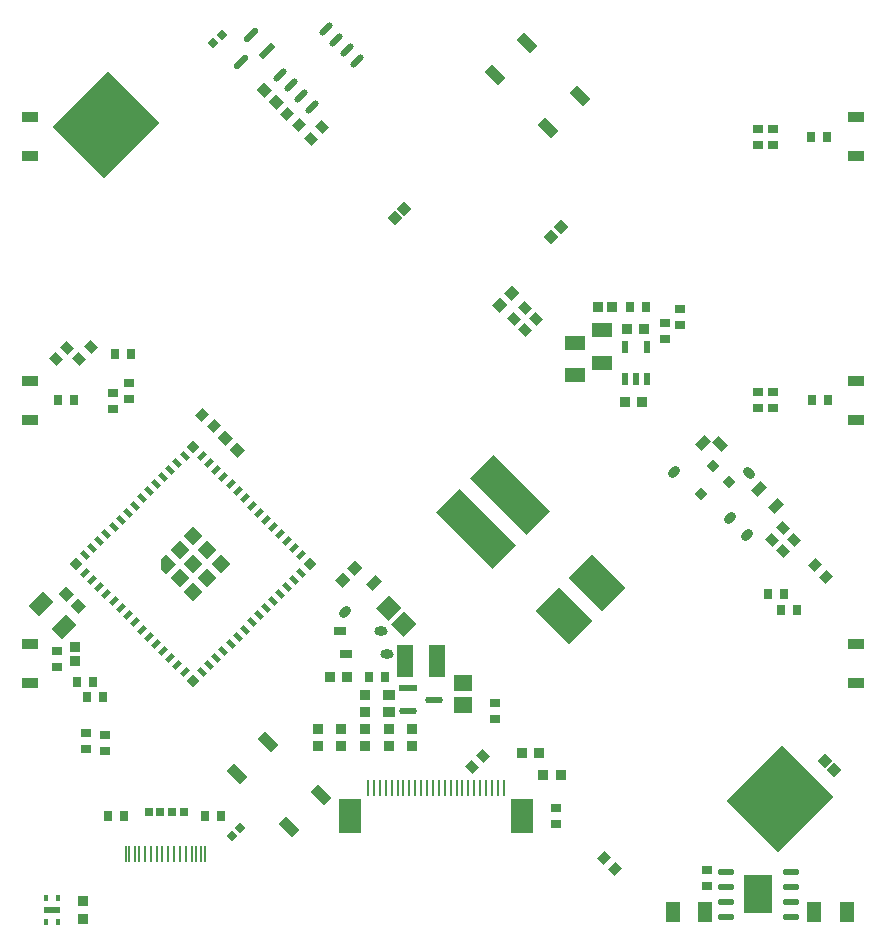
<source format=gtp>
G04*
G04 #@! TF.GenerationSoftware,Altium Limited,Altium Designer,22.2.1 (43)*
G04*
G04 Layer_Color=8421504*
%FSLAX44Y44*%
%MOMM*%
G71*
G04*
G04 #@! TF.SameCoordinates,F22D7B0F-2773-4D4D-AF8D-6C822D1F900A*
G04*
G04*
G04 #@! TF.FilePolarity,Positive*
G04*
G01*
G75*
%ADD18R,1.4000X0.5000*%
%ADD19R,0.3500X0.5500*%
%ADD20R,0.3500X0.5500*%
G04:AMPARAMS|DCode=21|XSize=1.1082mm|YSize=0.7821mm|CornerRadius=0.3911mm|HoleSize=0mm|Usage=FLASHONLY|Rotation=225.000|XOffset=0mm|YOffset=0mm|HoleType=Round|Shape=RoundedRectangle|*
%AMROUNDEDRECTD21*
21,1,1.1082,0.0000,0,0,225.0*
21,1,0.3261,0.7821,0,0,225.0*
1,1,0.7821,-0.1153,-0.1153*
1,1,0.7821,0.1153,0.1153*
1,1,0.7821,0.1153,0.1153*
1,1,0.7821,-0.1153,-0.1153*
%
%ADD21ROUNDEDRECTD21*%
G04:AMPARAMS|DCode=22|XSize=1.1082mm|YSize=0.7821mm|CornerRadius=0mm|HoleSize=0mm|Usage=FLASHONLY|Rotation=225.000|XOffset=0mm|YOffset=0mm|HoleType=Round|Shape=Rectangle|*
%AMROTATEDRECTD22*
4,1,4,0.1153,0.6683,0.6683,0.1153,-0.1153,-0.6683,-0.6683,-0.1153,0.1153,0.6683,0.0*
%
%ADD22ROTATEDRECTD22*%

%ADD23R,0.9054X0.7554*%
G04:AMPARAMS|DCode=24|XSize=0.9054mm|YSize=0.7554mm|CornerRadius=0mm|HoleSize=0mm|Usage=FLASHONLY|Rotation=225.000|XOffset=0mm|YOffset=0mm|HoleType=Round|Shape=Rectangle|*
%AMROTATEDRECTD24*
4,1,4,0.0530,0.5872,0.5872,0.0530,-0.0530,-0.5872,-0.5872,-0.0530,0.0530,0.5872,0.0*
%
%ADD24ROTATEDRECTD24*%

G04:AMPARAMS|DCode=25|XSize=0.7727mm|YSize=0.3727mm|CornerRadius=0mm|HoleSize=0mm|Usage=FLASHONLY|Rotation=45.000|XOffset=0mm|YOffset=0mm|HoleType=Round|Shape=Rectangle|*
%AMROTATEDRECTD25*
4,1,4,-0.1414,-0.4050,-0.4050,-0.1414,0.1414,0.4050,0.4050,0.1414,-0.1414,-0.4050,0.0*
%
%ADD25ROTATEDRECTD25*%

%ADD26P,1.0733X4X90.0*%
G04:AMPARAMS|DCode=27|XSize=0.3727mm|YSize=0.7727mm|CornerRadius=0mm|HoleSize=0mm|Usage=FLASHONLY|Rotation=45.000|XOffset=0mm|YOffset=0mm|HoleType=Round|Shape=Rectangle|*
%AMROTATEDRECTD27*
4,1,4,0.1414,-0.4050,-0.4050,0.1414,-0.1414,0.4050,0.4050,-0.1414,0.1414,-0.4050,0.0*
%
%ADD27ROTATEDRECTD27*%

%ADD28P,1.6100X4X90.0*%
G04:AMPARAMS|DCode=29|XSize=2.8205mm|YSize=4.0205mm|CornerRadius=0mm|HoleSize=0mm|Usage=FLASHONLY|Rotation=45.000|XOffset=0mm|YOffset=0mm|HoleType=Round|Shape=Rectangle|*
%AMROTATEDRECTD29*
4,1,4,0.4243,-2.4187,-2.4187,0.4243,-0.4243,2.4187,2.4187,-0.4243,0.4243,-2.4187,0.0*
%
%ADD29ROTATEDRECTD29*%

G04:AMPARAMS|DCode=30|XSize=2.7854mm|YSize=6.7854mm|CornerRadius=0mm|HoleSize=0mm|Usage=FLASHONLY|Rotation=45.000|XOffset=0mm|YOffset=0mm|HoleType=Round|Shape=Rectangle|*
%AMROTATEDRECTD30*
4,1,4,1.4142,-3.3838,-3.3838,1.4142,-1.4142,3.3838,3.3838,-1.4142,1.4142,-3.3838,0.0*
%
%ADD30ROTATEDRECTD30*%

G04:AMPARAMS|DCode=31|XSize=1.1082mm|YSize=0.7821mm|CornerRadius=0.3911mm|HoleSize=0mm|Usage=FLASHONLY|Rotation=315.000|XOffset=0mm|YOffset=0mm|HoleType=Round|Shape=RoundedRectangle|*
%AMROUNDEDRECTD31*
21,1,1.1082,0.0000,0,0,315.0*
21,1,0.3261,0.7821,0,0,315.0*
1,1,0.7821,0.1153,-0.1153*
1,1,0.7821,-0.1153,0.1153*
1,1,0.7821,-0.1153,0.1153*
1,1,0.7821,0.1153,-0.1153*
%
%ADD31ROUNDEDRECTD31*%
G04:AMPARAMS|DCode=32|XSize=1.1082mm|YSize=0.7821mm|CornerRadius=0mm|HoleSize=0mm|Usage=FLASHONLY|Rotation=315.000|XOffset=0mm|YOffset=0mm|HoleType=Round|Shape=Rectangle|*
%AMROTATEDRECTD32*
4,1,4,-0.6683,0.1153,-0.1153,0.6683,0.6683,-0.1153,0.1153,-0.6683,-0.6683,0.1153,0.0*
%
%ADD32ROTATEDRECTD32*%

G04:AMPARAMS|DCode=33|XSize=0.9054mm|YSize=0.7554mm|CornerRadius=0mm|HoleSize=0mm|Usage=FLASHONLY|Rotation=135.000|XOffset=0mm|YOffset=0mm|HoleType=Round|Shape=Rectangle|*
%AMROTATEDRECTD33*
4,1,4,0.5872,-0.0530,0.0530,-0.5872,-0.5872,0.0530,-0.0530,0.5872,0.5872,-0.0530,0.0*
%
%ADD33ROTATEDRECTD33*%

%ADD34P,1.0733X4X360.0*%
%ADD35R,0.5609X1.0109*%
%ADD36R,0.7554X0.9054*%
G04:AMPARAMS|DCode=37|XSize=0.6654mm|YSize=0.6725mm|CornerRadius=0mm|HoleSize=0mm|Usage=FLASHONLY|Rotation=45.000|XOffset=0mm|YOffset=0mm|HoleType=Round|Shape=Rectangle|*
%AMROTATEDRECTD37*
4,1,4,0.0025,-0.4730,-0.4730,0.0025,-0.0025,0.4730,0.4730,-0.0025,0.0025,-0.4730,0.0*
%
%ADD37ROTATEDRECTD37*%

G04:AMPARAMS|DCode=38|XSize=1.5052mm|YSize=0.5721mm|CornerRadius=0.2861mm|HoleSize=0mm|Usage=FLASHONLY|Rotation=225.000|XOffset=0mm|YOffset=0mm|HoleType=Round|Shape=RoundedRectangle|*
%AMROUNDEDRECTD38*
21,1,1.5052,0.0000,0,0,225.0*
21,1,0.9331,0.5721,0,0,225.0*
1,1,0.5721,-0.3299,-0.3299*
1,1,0.5721,0.3299,0.3299*
1,1,0.5721,0.3299,0.3299*
1,1,0.5721,-0.3299,-0.3299*
%
%ADD38ROUNDEDRECTD38*%
G04:AMPARAMS|DCode=39|XSize=1.5052mm|YSize=0.5721mm|CornerRadius=0mm|HoleSize=0mm|Usage=FLASHONLY|Rotation=225.000|XOffset=0mm|YOffset=0mm|HoleType=Round|Shape=Rectangle|*
%AMROTATEDRECTD39*
4,1,4,0.3299,0.7345,0.7345,0.3299,-0.3299,-0.7345,-0.7345,-0.3299,0.3299,0.7345,0.0*
%
%ADD39ROTATEDRECTD39*%

%ADD40R,1.7582X1.3055*%
%ADD41R,1.4385X0.9385*%
%ADD42P,1.3416X4X360.0*%
%ADD43R,1.8770X2.8770*%
%ADD44R,0.2746X1.4746*%
G04:AMPARAMS|DCode=45|XSize=0.5549mm|YSize=1.4049mm|CornerRadius=0mm|HoleSize=0mm|Usage=FLASHONLY|Rotation=315.000|XOffset=0mm|YOffset=0mm|HoleType=Round|Shape=Round|*
%AMOVALD45*
21,1,0.8500,0.5549,0.0000,0.0000,45.0*
1,1,0.5549,-0.3005,-0.3005*
1,1,0.5549,0.3005,0.3005*
%
%ADD45OVALD45*%

%ADD46R,0.9121X0.9581*%
%ADD47R,0.6654X0.6725*%
G04:AMPARAMS|DCode=48|XSize=0.9581mm|YSize=0.9121mm|CornerRadius=0mm|HoleSize=0mm|Usage=FLASHONLY|Rotation=315.000|XOffset=0mm|YOffset=0mm|HoleType=Round|Shape=Rectangle|*
%AMROTATEDRECTD48*
4,1,4,-0.6612,0.0163,-0.0163,0.6612,0.6612,-0.0163,0.0163,-0.6612,-0.6612,0.0163,0.0*
%
%ADD48ROTATEDRECTD48*%

G04:AMPARAMS|DCode=49|XSize=0.9581mm|YSize=0.9121mm|CornerRadius=0mm|HoleSize=0mm|Usage=FLASHONLY|Rotation=45.000|XOffset=0mm|YOffset=0mm|HoleType=Round|Shape=Rectangle|*
%AMROTATEDRECTD49*
4,1,4,-0.0163,-0.6612,-0.6612,-0.0163,0.0163,0.6612,0.6612,0.0163,-0.0163,-0.6612,0.0*
%
%ADD49ROTATEDRECTD49*%

G04:AMPARAMS|DCode=50|XSize=6.1541mm|YSize=6.6541mm|CornerRadius=0mm|HoleSize=0mm|Usage=FLASHONLY|Rotation=315.000|XOffset=0mm|YOffset=0mm|HoleType=Round|Shape=Rectangle|*
%AMROTATEDRECTD50*
4,1,4,-4.5284,-0.1768,0.1768,4.5284,4.5284,0.1768,-0.1768,-4.5284,-4.5284,-0.1768,0.0*
%
%ADD50ROTATEDRECTD50*%

%ADD51R,0.9487X0.9487*%
%ADD52R,1.5052X0.5721*%
G04:AMPARAMS|DCode=53|XSize=1.5052mm|YSize=0.5721mm|CornerRadius=0.2861mm|HoleSize=0mm|Usage=FLASHONLY|Rotation=0.000|XOffset=0mm|YOffset=0mm|HoleType=Round|Shape=RoundedRectangle|*
%AMROUNDEDRECTD53*
21,1,1.5052,0.0000,0,0,0.0*
21,1,0.9331,0.5721,0,0,0.0*
1,1,0.5721,0.4666,0.0000*
1,1,0.5721,-0.4666,0.0000*
1,1,0.5721,-0.4666,0.0000*
1,1,0.5721,0.4666,0.0000*
%
%ADD53ROUNDEDRECTD53*%
%ADD54R,1.0003X0.8503*%
%ADD55R,1.1082X0.7821*%
G04:AMPARAMS|DCode=56|XSize=1.1082mm|YSize=0.7821mm|CornerRadius=0.3911mm|HoleSize=0mm|Usage=FLASHONLY|Rotation=0.000|XOffset=0mm|YOffset=0mm|HoleType=Round|Shape=RoundedRectangle|*
%AMROUNDEDRECTD56*
21,1,1.1082,0.0000,0,0,0.0*
21,1,0.3261,0.7821,0,0,0.0*
1,1,0.7821,0.1631,0.0000*
1,1,0.7821,-0.1631,0.0000*
1,1,0.7821,-0.1631,0.0000*
1,1,0.7821,0.1631,0.0000*
%
%ADD56ROUNDEDRECTD56*%
%ADD57R,0.9487X0.9487*%
%ADD58R,1.3055X1.7582*%
%ADD59R,0.9581X0.9121*%
%ADD60P,1.3416X4X90.0*%
G04:AMPARAMS|DCode=61|XSize=1.3055mm|YSize=1.7582mm|CornerRadius=0mm|HoleSize=0mm|Usage=FLASHONLY|Rotation=135.000|XOffset=0mm|YOffset=0mm|HoleType=Round|Shape=Rectangle|*
%AMROTATEDRECTD61*
4,1,4,1.0832,0.1601,-0.1601,-1.0832,-1.0832,-0.1601,0.1601,1.0832,1.0832,0.1601,0.0*
%
%ADD61ROTATEDRECTD61*%

%ADD62R,2.3714X3.2614*%
%ADD63O,1.4049X0.5549*%
%ADD64R,1.3549X2.7062*%
G04:AMPARAMS|DCode=65|XSize=1.6355mm|YSize=0.9355mm|CornerRadius=0mm|HoleSize=0mm|Usage=FLASHONLY|Rotation=135.000|XOffset=0mm|YOffset=0mm|HoleType=Round|Shape=Rectangle|*
%AMROTATEDRECTD65*
4,1,4,0.9090,-0.2475,0.2475,-0.9090,-0.9090,0.2475,-0.2475,0.9090,0.9090,-0.2475,0.0*
%
%ADD65ROTATEDRECTD65*%

G04:AMPARAMS|DCode=66|XSize=1.4546mm|YSize=1.5562mm|CornerRadius=0mm|HoleSize=0mm|Usage=FLASHONLY|Rotation=315.000|XOffset=0mm|YOffset=0mm|HoleType=Round|Shape=Rectangle|*
%AMROTATEDRECTD66*
4,1,4,-1.0645,-0.0359,0.0359,1.0645,1.0645,0.0359,-0.0359,-1.0645,-1.0645,-0.0359,0.0*
%
%ADD66ROTATEDRECTD66*%

%ADD67R,1.5562X1.4546*%
%ADD68R,0.2932X1.4732*%
G36*
X-226217Y-96284D02*
X-234702Y-104769D01*
X-238945Y-100527D01*
Y-92042D01*
X-234702Y-87799D01*
X-226217Y-96284D01*
D02*
G37*
D18*
X-330996Y-389250D02*
D03*
D19*
X-326000Y-379000D02*
D03*
D20*
X-336003Y-379003D02*
D03*
Y-399503D02*
D03*
X-326003D02*
D03*
D21*
X195517Y-18233D02*
D03*
X243267Y-57233D02*
D03*
X257517Y-71983D02*
D03*
X-83233Y-136483D02*
D03*
D22*
X219983Y6233D02*
D03*
X267733Y-32767D02*
D03*
X281983Y-47517D02*
D03*
X-58767Y-112017D02*
D03*
D23*
X201000Y105750D02*
D03*
Y119250D02*
D03*
X96000Y-303250D02*
D03*
Y-316750D02*
D03*
X187750Y107750D02*
D03*
Y94250D02*
D03*
X-265500Y43500D02*
D03*
Y57000D02*
D03*
X223750Y-355500D02*
D03*
Y-369000D02*
D03*
X279750Y258500D02*
D03*
Y272000D02*
D03*
X44000Y-227250D02*
D03*
Y-213750D02*
D03*
X279750Y35500D02*
D03*
Y49000D02*
D03*
X-286000Y-241000D02*
D03*
Y-254500D02*
D03*
X266500Y35500D02*
D03*
Y49000D02*
D03*
X-279500Y48750D02*
D03*
Y35250D02*
D03*
X266500Y258500D02*
D03*
Y272000D02*
D03*
X-327000Y-170250D02*
D03*
Y-183750D02*
D03*
X-302000Y-239250D02*
D03*
Y-252750D02*
D03*
D24*
X146046Y-354296D02*
D03*
X136500Y-344750D02*
D03*
X314977Y-97477D02*
D03*
X324523Y-107023D02*
D03*
X-122227Y275227D02*
D03*
X-131773Y284773D02*
D03*
X-194227Y20227D02*
D03*
X-203773Y29773D02*
D03*
D25*
X-218792Y-187855D02*
D03*
X-224803Y-181844D02*
D03*
X-230813Y-175834D02*
D03*
X-236823Y-169823D02*
D03*
X-242834Y-163813D02*
D03*
X-248844Y-157803D02*
D03*
X-254855Y-151792D02*
D03*
X-260865Y-145782D02*
D03*
X-266875Y-139771D02*
D03*
X-272886Y-133761D02*
D03*
X-278896Y-127751D02*
D03*
X-284907Y-121740D02*
D03*
X-290917Y-115730D02*
D03*
X-296928Y-109719D02*
D03*
X-302938Y-103709D02*
D03*
X-119797Y-88860D02*
D03*
X-125808Y-82849D02*
D03*
X-131818Y-76839D02*
D03*
X-137828Y-70828D02*
D03*
X-143839Y-64818D02*
D03*
X-149849Y-58808D02*
D03*
X-155860Y-52797D02*
D03*
X-161870Y-46787D02*
D03*
X-167880Y-40776D02*
D03*
X-173891Y-34766D02*
D03*
X-179901Y-28756D02*
D03*
X-185912Y-22745D02*
D03*
X-191922Y-16735D02*
D03*
X-197932Y-10724D02*
D03*
X-203943Y-4714D02*
D03*
D26*
X-211367Y-195279D02*
D03*
X-310362Y-96284D02*
D03*
X-112373D02*
D03*
X-211367Y2711D02*
D03*
D27*
X-203943Y-187855D02*
D03*
X-197932Y-181844D02*
D03*
X-191922Y-175834D02*
D03*
X-185912Y-169823D02*
D03*
X-179901Y-163813D02*
D03*
X-173891Y-157803D02*
D03*
X-167880Y-151792D02*
D03*
X-161870Y-145782D02*
D03*
X-155860Y-139771D02*
D03*
X-149849Y-133761D02*
D03*
X-143839Y-127751D02*
D03*
X-137828Y-121740D02*
D03*
X-131818Y-115730D02*
D03*
X-125808Y-109719D02*
D03*
X-119797Y-103709D02*
D03*
X-218792Y-4714D02*
D03*
X-224803Y-10724D02*
D03*
X-230813Y-16735D02*
D03*
X-236823Y-22745D02*
D03*
X-242834Y-28756D02*
D03*
X-248844Y-34766D02*
D03*
X-254855Y-40776D02*
D03*
X-260865Y-46787D02*
D03*
X-266875Y-52797D02*
D03*
X-272886Y-58808D02*
D03*
X-278896Y-64818D02*
D03*
X-284907Y-70828D02*
D03*
X-290917Y-76839D02*
D03*
X-296928Y-82849D02*
D03*
X-302938Y-88860D02*
D03*
D28*
X-211367Y-96284D02*
D03*
Y-119619D02*
D03*
X-223035Y-107951D02*
D03*
X-199700D02*
D03*
X-188033Y-96284D02*
D03*
X-199700Y-84617D02*
D03*
X-211367Y-72950D02*
D03*
X-223035Y-84617D02*
D03*
D29*
X102466Y-140498D02*
D03*
X130750Y-112213D02*
D03*
D30*
X28219Y-66251D02*
D03*
X56504Y-37967D02*
D03*
D31*
X259233Y-19483D02*
D03*
D32*
X234767Y4983D02*
D03*
D33*
X278477Y-75523D02*
D03*
X288023Y-65977D02*
D03*
X297523Y-75727D02*
D03*
X287977Y-85273D02*
D03*
X-102227Y273523D02*
D03*
X-111773Y263977D02*
D03*
X-318477Y87023D02*
D03*
X-328023Y77477D02*
D03*
X34273Y-258977D02*
D03*
X24727Y-268523D02*
D03*
X78773Y111023D02*
D03*
X69227Y101477D02*
D03*
X-307773Y77727D02*
D03*
X-298227Y87273D02*
D03*
X60204Y110954D02*
D03*
X69750Y120500D02*
D03*
D34*
X218265Y-37235D02*
D03*
X228518Y-13547D02*
D03*
X241953Y-26982D02*
D03*
D35*
X153750Y87500D02*
D03*
X172750D02*
D03*
Y60000D02*
D03*
X163250Y60000D02*
D03*
X153750Y60000D02*
D03*
D36*
X172250Y121250D02*
D03*
X158750D02*
D03*
X-277750Y81750D02*
D03*
X-264250D02*
D03*
X286500Y-135000D02*
D03*
X300000D02*
D03*
X326000Y42750D02*
D03*
X312500D02*
D03*
X-326000D02*
D03*
X-312500D02*
D03*
X289000Y-121250D02*
D03*
X275500D02*
D03*
X325500Y265250D02*
D03*
X312000D02*
D03*
X-288250Y-209250D02*
D03*
X-301750D02*
D03*
X-49250Y-192000D02*
D03*
X-62750D02*
D03*
X-296250Y-196500D02*
D03*
X-309750D02*
D03*
X-201250Y-309500D02*
D03*
X-187750D02*
D03*
X-269750D02*
D03*
X-283250D02*
D03*
D37*
X-187250Y351750D02*
D03*
X-194371Y344628D02*
D03*
X-171439Y-319439D02*
D03*
X-178561Y-326561D02*
D03*
D38*
X-171032Y328968D02*
D03*
X-162186Y351249D02*
D03*
D39*
X-148751Y337814D02*
D03*
D40*
X112000Y63736D02*
D03*
Y91264D02*
D03*
X134500Y73986D02*
D03*
Y101514D02*
D03*
D41*
X350000Y249000D02*
D03*
Y282000D02*
D03*
X-350000Y-197000D02*
D03*
Y-164000D02*
D03*
X350000Y-197000D02*
D03*
Y-164000D02*
D03*
Y26000D02*
D03*
Y59000D02*
D03*
X-350000Y249000D02*
D03*
Y282000D02*
D03*
Y26000D02*
D03*
Y59000D02*
D03*
D42*
X323250Y-262750D02*
D03*
X331382Y-270882D02*
D03*
D43*
X66650Y-309694D02*
D03*
X-78650D02*
D03*
D44*
X-63500Y-286194D02*
D03*
X-58500Y-286194D02*
D03*
X-53500D02*
D03*
X-48500D02*
D03*
X-43500D02*
D03*
X-38500D02*
D03*
X-33500Y-286194D02*
D03*
X-28500Y-286194D02*
D03*
X-23500D02*
D03*
X-18500D02*
D03*
X-13500D02*
D03*
X-8500D02*
D03*
X-3500D02*
D03*
X1500Y-286194D02*
D03*
X6500Y-286194D02*
D03*
X11500D02*
D03*
X16500D02*
D03*
X21500Y-286194D02*
D03*
X26500D02*
D03*
X31500D02*
D03*
X36500D02*
D03*
X41500Y-286194D02*
D03*
X46500D02*
D03*
X51500D02*
D03*
D45*
X-72502Y329577D02*
D03*
X-81482Y338557D02*
D03*
X-90463Y347537D02*
D03*
X-99443Y356518D02*
D03*
X-111039Y291040D02*
D03*
X-120020Y300020D02*
D03*
X-129000Y309000D02*
D03*
X-137980Y317980D02*
D03*
D46*
X-86000Y-235730D02*
D03*
Y-250270D02*
D03*
X-46000Y-235730D02*
D03*
Y-250270D02*
D03*
X-106000Y-235730D02*
D03*
Y-250270D02*
D03*
X-66000Y-221770D02*
D03*
Y-207230D02*
D03*
Y-235730D02*
D03*
Y-250270D02*
D03*
X-26000Y-235730D02*
D03*
Y-250270D02*
D03*
X-305000Y-381980D02*
D03*
Y-396520D02*
D03*
D47*
X-239214Y-306500D02*
D03*
X-249286D02*
D03*
X-229536D02*
D03*
X-219464D02*
D03*
D48*
X-174000Y0D02*
D03*
X-184281Y10281D02*
D03*
X-319141Y-121859D02*
D03*
X-308859Y-132141D02*
D03*
X-141000Y295000D02*
D03*
X-151281Y305281D02*
D03*
D49*
X48219Y122719D02*
D03*
X58500Y133000D02*
D03*
X-84641Y-110141D02*
D03*
X-74359Y-99859D02*
D03*
D50*
X285205Y-295205D02*
D03*
X-285205Y275205D02*
D03*
D51*
X131500Y121000D02*
D03*
X143000Y121000D02*
D03*
D52*
X-29505Y-201500D02*
D03*
D53*
Y-220500D02*
D03*
X-7495Y-211000D02*
D03*
D54*
X-46000Y-207250D02*
D03*
Y-221750D02*
D03*
D55*
X-82300Y-172250D02*
D03*
X-87050Y-153250D02*
D03*
D56*
X-47700Y-172250D02*
D03*
X-52450Y-153250D02*
D03*
D57*
X-311750Y-166750D02*
D03*
Y-178250D02*
D03*
D58*
X194473Y-391000D02*
D03*
X222000D02*
D03*
X342014Y-390750D02*
D03*
X314486D02*
D03*
D59*
X154230Y41250D02*
D03*
X168770D02*
D03*
X-95770Y-192000D02*
D03*
X-81230D02*
D03*
X170500Y102750D02*
D03*
X155960D02*
D03*
X84980Y-275000D02*
D03*
X99520D02*
D03*
X66730Y-256000D02*
D03*
X81270D02*
D03*
D60*
X99632Y188882D02*
D03*
X91500Y180750D02*
D03*
X-40882Y196368D02*
D03*
X-32750Y204500D02*
D03*
D61*
X-340732Y-130268D02*
D03*
X-321268Y-149732D02*
D03*
D62*
X267000Y-376000D02*
D03*
D63*
X294250Y-395050D02*
D03*
Y-382350D02*
D03*
Y-369650D02*
D03*
Y-356950D02*
D03*
X239750Y-395050D02*
D03*
Y-382350D02*
D03*
Y-369650D02*
D03*
Y-356950D02*
D03*
D64*
X-4994Y-178500D02*
D03*
X-32506D02*
D03*
D65*
X-103291Y-291839D02*
D03*
X-147839Y-247291D02*
D03*
X-130161Y-318709D02*
D03*
X-174709Y-274161D02*
D03*
X115709Y299911D02*
D03*
X71161Y344459D02*
D03*
X88839Y273041D02*
D03*
X44291Y317589D02*
D03*
D66*
X-46046Y-133704D02*
D03*
X-32954Y-146796D02*
D03*
D67*
X17000Y-196742D02*
D03*
Y-215258D02*
D03*
D68*
X-268500Y-341500D02*
D03*
X-265500D02*
D03*
X-260500D02*
D03*
X-257500D02*
D03*
X-252500D02*
D03*
X-247500D02*
D03*
X-242500D02*
D03*
X-237500D02*
D03*
X-232500D02*
D03*
X-227500D02*
D03*
X-222500D02*
D03*
X-217500D02*
D03*
X-212500D02*
D03*
X-209500D02*
D03*
X-204500D02*
D03*
X-201500D02*
D03*
M02*

</source>
